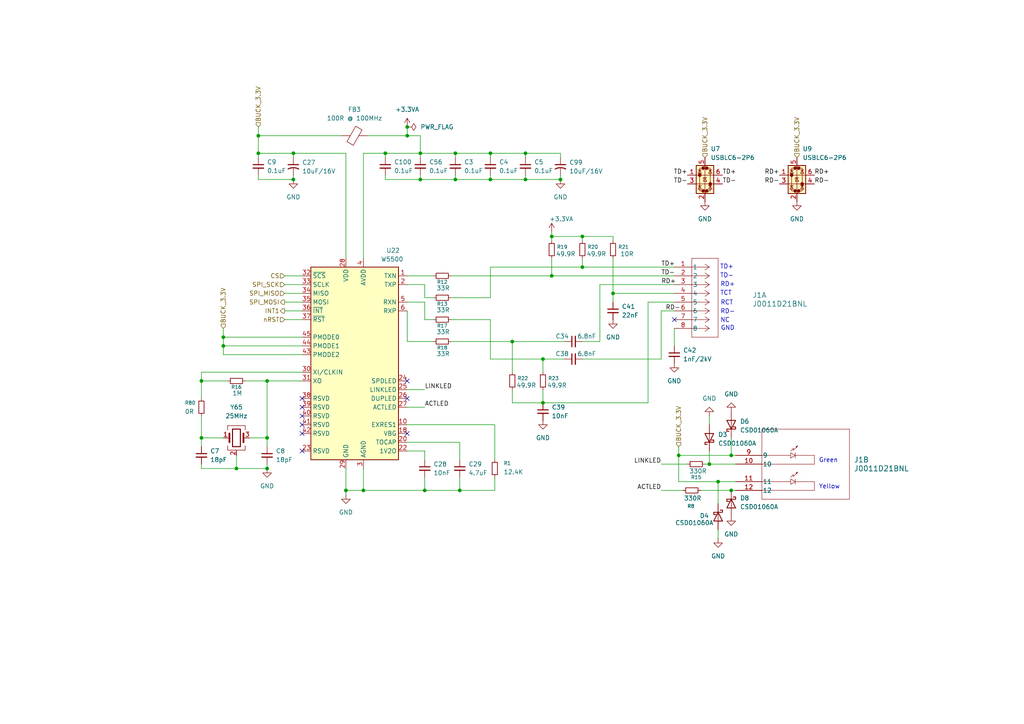
<source format=kicad_sch>
(kicad_sch (version 20250114) (generator "eeschema") (generator_version "9.0")
  (paper "A4")
  (lib_symbols
    (symbol "2026-02-18_03-44-30:J0011D21BNL" (pin_names (offset 0.254))
      (property "Reference" "J1" (at 34.29 -1.2699 0))
      (property "Value" "J0011D21BNL" (at 34.29 -3.8099 0))
      (symbol "J0011D21BNL_1_1"
        (pin unspecified line (at 0 0 0) (length 5.08) (name "1") (number "1"))
        (pin unspecified line (at 0 -2.54 0) (length 5.08) (name "2") (number "2"))
        (pin unspecified line (at 0 -5.08 0) (length 5.08) (name "3") (number "3"))
        (pin unspecified line (at 0 -7.62 0) (length 5.08) (name "4") (number "4"))
        (pin unspecified line (at 0 -10.16 0) (length 5.08) (name "5") (number "5"))
        (pin unspecified line (at 0 -12.7 0) (length 5.08) (name "6") (number "6"))
        (pin unspecified line (at 0 -15.24 0) (length 5.08) (name "7") (number "7"))
        (pin unspecified line (at 0 -17.78 0) (length 5.08) (name "8") (number "8"))
      )
      (symbol "J0011D21BNL_1_2"
        (pin unspecified line (at 0 0 0) (length 5.08) (name "1") (number "1"))
        (pin unspecified line (at 0 -2.54 0) (length 5.08) (name "2") (number "2"))
        (pin unspecified line (at 0 -5.08 0) (length 5.08) (name "3") (number "3"))
        (pin unspecified line (at 0 -7.62 0) (length 5.08) (name "4") (number "4"))
        (pin unspecified line (at 0 -10.16 0) (length 5.08) (name "5") (number "5"))
        (pin unspecified line (at 0 -12.7 0) (length 5.08) (name "6") (number "6"))
        (pin unspecified line (at 0 -15.24 0) (length 5.08) (name "7") (number "7"))
        (pin unspecified line (at 0 -17.78 0) (length 5.08) (name "8") (number "8"))
      )
      (symbol "J0011D21BNL_2_1"
        (pin passive line (at 0 0 0) (length 7.62) (name "9") (number "9"))
        (pin passive line (at 0 -2.54 0) (length 7.62) (name "10") (number "10"))
        (pin passive line (at 0 -7.62 0) (length 7.62) (name "11") (number "11"))
        (pin passive line (at 0 -10.16 0) (length 7.62) (name "12") (number "12"))
      )
    )
    (symbol "Device:C_Small" (pin_numbers (hide yes)) (pin_names (offset 0.254) (hide yes))
      (property "Reference" "C" (at 0.254 1.778 0))
      (property "Value" "C_Small" (at 0.254 -2.032 0))
      (symbol "C_Small_1_1"
        (pin passive line (at 0 2.54 270) (length 2.032) (name "~") (number "1"))
        (pin passive line (at 0 -2.54 90) (length 2.032) (name "~") (number "2"))
      )
    )
    (symbol "Device:C_Small_US" (pin_numbers (hide yes)) (pin_names (offset 0.254) (hide yes))
      (property "Reference" "C" (at 0.254 1.778 0))
      (property "Value" "C_Small_US" (at 0.254 -2.032 0))
      (symbol "C_Small_US_1_1"
        (pin passive line (at 0 2.54 270) (length 2.032) (name "~") (number "1"))
        (pin passive line (at 0 -2.54 90) (length 2.032) (name "~") (number "2"))
      )
    )
    (symbol "Device:Crystal_GND24" (pin_names (offset 1.016) (hide yes))
      (property "Reference" "Y" (at 3.175 5.08 0))
      (property "Value" "Crystal_GND24" (at 3.175 3.175 0))
      (symbol "Crystal_GND24_1_1"
        (pin passive line (at -3.81 0 0) (length 1.27) (name "1") (number "1"))
        (pin passive line (at 0 -5.08 90) (length 1.27) (name "G") (number "2"))
        (pin passive line (at 0 -5.08 90) (length 1.27) (hide yes) (name "G") (number "4"))
        (pin passive line (at 3.81 0 180) (length 1.27) (name "3") (number "3"))
      )
    )
    (symbol "Device:FerriteBead" (pin_numbers (hide yes)) (pin_names (offset 0))
      (property "Reference" "FB" (at -3.81 0.635 90))
      (property "Value" "FerriteBead" (at 3.81 0 90))
      (symbol "FerriteBead_1_1"
        (pin passive line (at 0 3.81 270) (length 2.54) (name "~") (number "1"))
        (pin passive line (at 0 -3.81 90) (length 2.54) (name "~") (number "2"))
      )
    )
    (symbol "Device:R_Small" (pin_numbers (hide yes)) (pin_names (offset 0.254) (hide yes))
      (property "Reference" "R" (at 0 0 90))
      (property "Value" "R_Small" (at 1.778 0 90))
      (symbol "R_Small_1_1"
        (pin passive line (at 0 2.54 270) (length 0.762) (name "~") (number "1"))
        (pin passive line (at 0 -2.54 90) (length 0.762) (name "~") (number "2"))
      )
    )
    (symbol "Diode:CSD01060A" (pin_numbers (hide yes)) (pin_names (offset 1.016) (hide yes))
      (property "Reference" "D" (at 0 2.54 0))
      (property "Value" "CSD01060A" (at 0 -2.54 0))
      (symbol "CSD01060A_1_1"
        (pin passive line (at -3.81 0 0) (length 2.54) (name "K") (number "1"))
        (pin passive line (at 3.81 0 180) (length 2.54) (name "A") (number "2"))
      )
    )
    (symbol "Interface_Ethernet:W5500"
      (property "Reference" "U" (at -11.43 29.21 0))
      (property "Value" "W5500" (at 8.89 29.21 0))
      (symbol "W5500_1_1"
        (pin input line (at -15.24 25.4 0) (length 2.54) (name "~{SCS}") (number "32"))
        (pin input line (at -15.24 22.86 0) (length 2.54) (name "SCLK") (number "33"))
        (pin output line (at -15.24 20.32 0) (length 2.54) (name "MISO") (number "34"))
        (pin input line (at -15.24 17.78 0) (length 2.54) (name "MOSI") (number "35"))
        (pin input line (at -15.24 15.24 0) (length 2.54) (name "~{INT}") (number "36"))
        (pin input line (at -15.24 12.7 0) (length 2.54) (name "~{RST}") (number "37"))
        (pin input line (at -15.24 7.62 0) (length 2.54) (name "PMODE0") (number "45"))
        (pin input line (at -15.24 5.08 0) (length 2.54) (name "PMODE1") (number "44"))
        (pin input line (at -15.24 2.54 0) (length 2.54) (name "PMODE2") (number "43"))
        (pin input line (at -15.24 -2.54 0) (length 2.54) (name "XI/CLKIN") (number "30"))
        (pin output line (at -15.24 -5.08 0) (length 2.54) (name "XO") (number "31"))
        (pin input line (at -15.24 -10.16 0) (length 2.54) (name "RSVD") (number "38"))
        (pin input line (at -15.24 -12.7 0) (length 2.54) (name "RSVD") (number "39"))
        (pin input line (at -15.24 -15.24 0) (length 2.54) (name "RSVD") (number "40"))
        (pin input line (at -15.24 -17.78 0) (length 2.54) (name "RSVD") (number "41"))
        (pin input line (at -15.24 -20.32 0) (length 2.54) (name "RSVD") (number "42"))
        (pin input line (at -15.24 -25.4 0) (length 2.54) (name "RSVD") (number "23"))
        (pin power_in line (at -2.54 30.48 270) (length 2.54) (name "VDD") (number "28"))
        (pin power_in line (at -2.54 -30.48 90) (length 2.54) (name "GND") (number "29"))
        (pin passive line (at 2.54 30.48 270) (length 2.54) (hide yes) (name "AVDD") (number "11"))
        (pin passive line (at 2.54 30.48 270) (length 2.54) (hide yes) (name "AVDD") (number "15"))
        (pin passive line (at 2.54 30.48 270) (length 2.54) (hide yes) (name "AVDD") (number "17"))
        (pin passive line (at 2.54 30.48 270) (length 2.54) (hide yes) (name "AVDD") (number "21"))
        (pin power_in line (at 2.54 30.48 270) (length 2.54) (name "AVDD") (number "4"))
        (pin passive line (at 2.54 30.48 270) (length 2.54) (hide yes) (name "AVDD") (number "8"))
        (pin passive line (at 2.54 -30.48 90) (length 2.54) (hide yes) (name "AGND") (number "14"))
        (pin passive line (at 2.54 -30.48 90) (length 2.54) (hide yes) (name "AGND") (number "16"))
        (pin passive line (at 2.54 -30.48 90) (length 2.54) (hide yes) (name "AGND") (number "19"))
        (pin power_in line (at 2.54 -30.48 90) (length 2.54) (name "AGND") (number "3"))
        (pin passive line (at 2.54 -30.48 90) (length 2.54) (hide yes) (name "AGND") (number "48"))
        (pin passive line (at 2.54 -30.48 90) (length 2.54) (hide yes) (name "AGND") (number "9"))
        (pin no_connect line (at 12.7 10.16 180) (length 2.54) (hide yes) (name "DNC") (number "7"))
        (pin no_connect line (at 12.7 7.62 180) (length 2.54) (hide yes) (name "NC") (number "12"))
        (pin no_connect line (at 12.7 5.08 180) (length 2.54) (hide yes) (name "NC") (number "13"))
        (pin no_connect line (at 12.7 2.54 180) (length 2.54) (hide yes) (name "NC") (number "46"))
        (pin no_connect line (at 12.7 0 180) (length 2.54) (hide yes) (name "NC") (number "47"))
        (pin output line (at 15.24 25.4 180) (length 2.54) (name "TXN") (number "1"))
        (pin output line (at 15.24 22.86 180) (length 2.54) (name "TXP") (number "2"))
        (pin input line (at 15.24 17.78 180) (length 2.54) (name "RXN") (number "5"))
        (pin input line (at 15.24 15.24 180) (length 2.54) (name "RXP") (number "6"))
        (pin output line (at 15.24 -5.08 180) (length 2.54) (name "SPDLED") (number "24"))
        (pin output line (at 15.24 -7.62 180) (length 2.54) (name "LINKLED") (number "25"))
        (pin output line (at 15.24 -10.16 180) (length 2.54) (name "DUPLED") (number "26"))
        (pin output line (at 15.24 -12.7 180) (length 2.54) (name "ACTLED") (number "27"))
        (pin passive line (at 15.24 -17.78 180) (length 2.54) (name "EXRES1") (number "10"))
        (pin passive line (at 15.24 -20.32 180) (length 2.54) (name "VBG") (number "18"))
        (pin passive line (at 15.24 -22.86 180) (length 2.54) (name "TOCAP") (number "20"))
        (pin output line (at 15.24 -25.4 180) (length 2.54) (name "1V2O") (number "22"))
      )
    )
    (symbol "J0011D21BNL_1" (pin_names (offset 0.254))
      (property "Reference" "J2" (at 22.606 -8.128 0))
      (property "Value" "J0011D21BNL" (at 22.606 -10.668 0))
      (symbol "J0011D21BNL_1_1_1"
        (pin passive line (at 0 0 0) (length 5.08) (name "1") (number "1"))
        (pin passive line (at 0 -2.54 0) (length 5.08) (name "2") (number "2"))
        (pin passive line (at 0 -5.08 0) (length 5.08) (name "3") (number "3"))
        (pin passive line (at 0 -7.62 0) (length 5.08) (name "4") (number "4"))
        (pin passive line (at 0 -10.16 0) (length 5.08) (name "5") (number "5"))
        (pin passive line (at 0 -12.7 0) (length 5.08) (name "6") (number "6"))
        (pin passive line (at 0 -15.24 0) (length 5.08) (name "7") (number "7"))
        (pin passive line (at 0 -17.78 0) (length 5.08) (name "8") (number "8"))
      )
      (symbol "J0011D21BNL_1_1_2"
        (pin unspecified line (at 0 0 0) (length 5.08) (name "1") (number "1"))
        (pin unspecified line (at 0 -2.54 0) (length 5.08) (name "2") (number "2"))
        (pin unspecified line (at 0 -5.08 0) (length 5.08) (name "3") (number "3"))
        (pin unspecified line (at 0 -7.62 0) (length 5.08) (name "4") (number "4"))
        (pin unspecified line (at 0 -10.16 0) (length 5.08) (name "5") (number "5"))
        (pin unspecified line (at 0 -12.7 0) (length 5.08) (name "6") (number "6"))
        (pin unspecified line (at 0 -15.24 0) (length 5.08) (name "7") (number "7"))
        (pin unspecified line (at 0 -17.78 0) (length 5.08) (name "8") (number "8"))
      )
      (symbol "J0011D21BNL_1_2_1"
        (pin unspecified line (at 0 0 0) (length 7.62) (name "9") (number "9"))
        (pin unspecified line (at 0 -2.54 0) (length 7.62) (name "10") (number "10"))
        (pin unspecified line (at 0 -7.62 0) (length 7.62) (name "11") (number "11"))
        (pin unspecified line (at 0 -10.16 0) (length 7.62) (name "12") (number "12"))
      )
    )
    (symbol "Power_Protection:USBLC6-2P6" (pin_names (hide yes))
      (property "Reference" "U" (at 0.635 5.715 0))
      (property "Value" "USBLC6-2P6" (at 0.635 3.81 0))
      (symbol "USBLC6-2P6_1_1"
        (pin passive line (at -5.08 0 0) (length 2.54) (name "I/O1") (number "1"))
        (pin passive line (at -5.08 -2.54 0) (length 2.54) (name "I/O2") (number "3"))
        (pin passive line (at 0 5.08 270) (length 2.54) (name "VBUS") (number "5"))
        (pin passive line (at 0 -7.62 90) (length 2.54) (name "GND") (number "2"))
        (pin passive line (at 5.08 0 180) (length 2.54) (name "I/O1") (number "6"))
        (pin passive line (at 5.08 -2.54 180) (length 2.54) (name "I/O2") (number "4"))
      )
    )
    (symbol "power:+3.3VA" (power) (pin_numbers (hide yes)) (pin_names (offset 0) (hide yes))
      (property "Value" "+3.3VA" (at 0 3.556 0))
      (symbol "+3.3VA_1_1"
        (pin power_in line (at 0 0 90) (length 0) (name "~") (number "1"))
      )
    )
    (symbol "power:GND" (power) (pin_numbers (hide yes)) (pin_names (offset 0) (hide yes))
      (property "Value" "GND" (at 0 -3.81 0))
      (symbol "GND_1_1"
        (pin power_in line (at 0 0 270) (length 0) (name "~") (number "1"))
      )
    )
    (symbol "power:PWR_FLAG" (power) (pin_numbers (hide yes)) (pin_names (offset 0) (hide yes))
      (property "Value" "PWR_FLAG" (at 0 3.81 0))
      (symbol "PWR_FLAG_0_0"
        (pin power_out line (at 0 0 90) (length 0) (name "~") (number "1"))
      )
    )
  )
  (text "TD+" (at 210.82 77.47 0) (effects (font (size 1.27 1.27))))
  (text "GND" (at 211.074 95.25 0) (effects (font (size 1.27 1.27))))
  (text "TD-" (at 210.82 80.01 0) (effects (font (size 1.27 1.27))))
  (text "TCT" (at 210.566 85.09 0) (effects (font (size 1.27 1.27))))
  (text "Green" (at 240.284 133.604 0) (effects (font (size 1.27 1.27))))
  (text "RCT" (at 210.82 87.884 0) (effects (font (size 1.27 1.27))))
  (text "Yellow" (at 240.538 141.224 0) (effects (font (size 1.27 1.27))))
  (text "RD+" (at 211.074 82.55 0) (effects (font (size 1.27 1.27))))
  (text "NC" (at 210.312 92.964 0) (effects (font (size 1.27 1.27))))
  (text "RD-" (at 211.074 90.424 0) (effects (font (size 1.27 1.27))))
  (junction (at 85.09 44.45))
  (junction (at 132.08 52.07))
  (junction (at 205.74 134.62))
  (junction (at 152.4 44.45))
  (junction (at 74.93 44.45))
  (junction (at 168.91 77.47))
  (junction (at 85.09 52.07))
  (junction (at 133.35 142.24))
  (junction (at 157.48 116.84))
  (junction (at 77.47 110.49))
  (junction (at 121.92 44.45))
  (junction (at 64.77 97.79))
  (junction (at 160.02 68.58))
  (junction (at 148.59 99.06))
  (junction (at 162.56 52.07))
  (junction (at 64.77 100.33))
  (junction (at 208.28 139.7))
  (junction (at 160.02 80.01))
  (junction (at 118.11 39.37))
  (junction (at 123.19 142.24))
  (junction (at 68.58 135.89))
  (junction (at 58.42 127))
  (junction (at 177.8 85.09))
  (junction (at 212.09 132.08))
  (junction (at 142.24 52.07))
  (junction (at 142.24 44.45))
  (junction (at 58.42 110.49))
  (junction (at 100.33 142.24))
  (junction (at 105.41 142.24))
  (junction (at 168.91 68.58))
  (junction (at 212.09 142.24))
  (junction (at 77.47 135.89))
  (junction (at 157.48 104.14))
  (junction (at 196.85 132.08))
  (junction (at 77.47 127))
  (junction (at 152.4 52.07))
  (junction (at 118.11 36.83))
  (junction (at 74.93 39.37))
  (junction (at 121.92 52.07))
  (junction (at 111.76 44.45))
  (junction (at 132.08 44.45))
  (no_connect (at 195.58 92.71))
  (no_connect (at 87.63 115.57))
  (no_connect (at 118.11 125.73))
  (no_connect (at 118.11 110.49))
  (no_connect (at 87.63 123.19))
  (no_connect (at 87.63 125.73))
  (no_connect (at 87.63 118.11))
  (no_connect (at 87.63 130.81))
  (no_connect (at 87.63 120.65))
  (no_connect (at 118.11 115.57))
  (wire (pts (xy 74.93 39.37) (xy 99.06 39.37)))
  (wire (pts (xy 74.93 36.83) (xy 74.93 39.37)))
  (wire (pts (xy 123.19 82.55) (xy 123.19 86.36)))
  (wire (pts (xy 118.11 123.19) (xy 143.51 123.19)))
  (wire (pts (xy 196.85 139.7) (xy 208.28 139.7)))
  (wire (pts (xy 142.24 92.71) (xy 142.24 104.14)))
  (wire (pts (xy 77.47 134.62) (xy 77.47 135.89)))
  (wire (pts (xy 118.11 90.17) (xy 118.11 99.06)))
  (wire (pts (xy 168.91 74.93) (xy 168.91 77.47)))
  (wire (pts (xy 58.42 134.62) (xy 58.42 135.89)))
  (wire (pts (xy 130.81 80.01) (xy 160.02 80.01)))
  (wire (pts (xy 142.24 44.45) (xy 142.24 45.72)))
  (wire (pts (xy 152.4 44.45) (xy 162.56 44.45)))
  (wire (pts (xy 132.08 52.07) (xy 142.24 52.07)))
  (wire (pts (xy 148.59 99.06) (xy 163.83 99.06)))
  (wire (pts (xy 77.47 110.49) (xy 87.63 110.49)))
  (wire (pts (xy 82.55 82.55) (xy 87.63 82.55)))
  (wire (pts (xy 196.85 132.08) (xy 196.85 139.7)))
  (wire (pts (xy 118.11 99.06) (xy 125.73 99.06)))
  (wire (pts (xy 203.2 142.24) (xy 212.09 142.24)))
  (wire (pts (xy 111.76 44.45) (xy 121.92 44.45)))
  (wire (pts (xy 58.42 135.89) (xy 68.58 135.89)))
  (wire (pts (xy 205.74 120.65) (xy 205.74 123.19)))
  (wire (pts (xy 118.11 113.03) (xy 123.19 113.03)))
  (wire (pts (xy 100.33 142.24) (xy 100.33 143.51)))
  (wire (pts (xy 71.12 110.49) (xy 77.47 110.49)))
  (wire (pts (xy 177.8 74.93) (xy 177.8 85.09)))
  (wire (pts (xy 58.42 127) (xy 58.42 129.54)))
  (wire (pts (xy 132.08 44.45) (xy 142.24 44.45)))
  (wire (pts (xy 105.41 142.24) (xy 100.33 142.24)))
  (wire (pts (xy 212.09 142.24) (xy 213.36 142.24)))
  (wire (pts (xy 77.47 129.54) (xy 77.47 127)))
  (wire (pts (xy 173.99 82.55) (xy 173.99 99.06)))
  (wire (pts (xy 168.91 69.85) (xy 168.91 68.58)))
  (wire (pts (xy 118.11 118.11) (xy 123.19 118.11)))
  (wire (pts (xy 160.02 67.31) (xy 160.02 68.58)))
  (wire (pts (xy 160.02 80.01) (xy 195.58 80.01)))
  (wire (pts (xy 162.56 45.72) (xy 162.56 44.45)))
  (wire (pts (xy 123.19 87.63) (xy 118.11 87.63)))
  (wire (pts (xy 142.24 44.45) (xy 152.4 44.45)))
  (wire (pts (xy 168.91 77.47) (xy 195.58 77.47)))
  (wire (pts (xy 196.85 132.08) (xy 212.09 132.08)))
  (wire (pts (xy 121.92 44.45) (xy 132.08 44.45)))
  (wire (pts (xy 212.09 127) (xy 212.09 132.08)))
  (wire (pts (xy 152.4 52.07) (xy 162.56 52.07)))
  (wire (pts (xy 82.55 87.63) (xy 87.63 87.63)))
  (wire (pts (xy 111.76 50.8) (xy 111.76 52.07)))
  (wire (pts (xy 82.55 92.71) (xy 87.63 92.71)))
  (wire (pts (xy 68.58 135.89) (xy 77.47 135.89)))
  (wire (pts (xy 111.76 44.45) (xy 111.76 45.72)))
  (wire (pts (xy 143.51 138.43) (xy 143.51 142.24)))
  (wire (pts (xy 143.51 123.19) (xy 143.51 133.35)))
  (wire (pts (xy 85.09 45.72) (xy 85.09 44.45)))
  (wire (pts (xy 58.42 110.49) (xy 58.42 115.57)))
  (wire (pts (xy 74.93 39.37) (xy 74.93 44.45)))
  (wire (pts (xy 148.59 116.84) (xy 157.48 116.84)))
  (wire (pts (xy 205.74 130.81) (xy 205.74 134.62)))
  (wire (pts (xy 157.48 104.14) (xy 163.83 104.14)))
  (wire (pts (xy 87.63 100.33) (xy 64.77 100.33)))
  (wire (pts (xy 133.35 128.27) (xy 133.35 133.35)))
  (wire (pts (xy 85.09 50.8) (xy 85.09 52.07)))
  (wire (pts (xy 212.09 132.08) (xy 213.36 132.08)))
  (wire (pts (xy 142.24 104.14) (xy 157.48 104.14)))
  (wire (pts (xy 123.19 92.71) (xy 123.19 87.63)))
  (wire (pts (xy 64.77 100.33) (xy 64.77 97.79)))
  (wire (pts (xy 187.96 87.63) (xy 187.96 116.84)))
  (wire (pts (xy 82.55 90.17) (xy 87.63 90.17)))
  (wire (pts (xy 177.8 85.09) (xy 177.8 87.63)))
  (wire (pts (xy 106.68 39.37) (xy 118.11 39.37)))
  (wire (pts (xy 105.41 44.45) (xy 111.76 44.45)))
  (wire (pts (xy 121.92 44.45) (xy 121.92 45.72)))
  (wire (pts (xy 142.24 86.36) (xy 142.24 77.47)))
  (wire (pts (xy 205.74 134.62) (xy 213.36 134.62)))
  (wire (pts (xy 77.47 127) (xy 77.47 110.49)))
  (wire (pts (xy 148.59 99.06) (xy 148.59 107.95)))
  (wire (pts (xy 173.99 99.06) (xy 168.91 99.06)))
  (wire (pts (xy 142.24 50.8) (xy 142.24 52.07)))
  (wire (pts (xy 74.93 44.45) (xy 74.93 45.72)))
  (wire (pts (xy 157.48 113.03) (xy 157.48 116.84)))
  (wire (pts (xy 118.11 39.37) (xy 121.92 39.37)))
  (wire (pts (xy 118.11 130.81) (xy 123.19 130.81)))
  (wire (pts (xy 196.85 129.54) (xy 196.85 132.08)))
  (wire (pts (xy 195.58 82.55) (xy 173.99 82.55)))
  (wire (pts (xy 121.92 52.07) (xy 132.08 52.07)))
  (wire (pts (xy 191.77 134.62) (xy 199.39 134.62)))
  (wire (pts (xy 118.11 80.01) (xy 125.73 80.01)))
  (wire (pts (xy 58.42 120.65) (xy 58.42 127)))
  (wire (pts (xy 133.35 138.43) (xy 133.35 142.24)))
  (wire (pts (xy 191.77 90.17) (xy 195.58 90.17)))
  (wire (pts (xy 123.19 92.71) (xy 125.73 92.71)))
  (wire (pts (xy 130.81 92.71) (xy 142.24 92.71)))
  (wire (pts (xy 111.76 52.07) (xy 121.92 52.07)))
  (wire (pts (xy 195.58 95.25) (xy 195.58 100.33)))
  (wire (pts (xy 100.33 44.45) (xy 85.09 44.45)))
  (wire (pts (xy 58.42 110.49) (xy 66.04 110.49)))
  (wire (pts (xy 64.77 95.25) (xy 64.77 97.79)))
  (wire (pts (xy 123.19 130.81) (xy 123.19 133.35)))
  (wire (pts (xy 100.33 44.45) (xy 100.33 74.93)))
  (wire (pts (xy 160.02 74.93) (xy 160.02 80.01)))
  (wire (pts (xy 177.8 68.58) (xy 168.91 68.58)))
  (wire (pts (xy 208.28 146.05) (xy 208.28 139.7)))
  (wire (pts (xy 152.4 44.45) (xy 152.4 45.72)))
  (wire (pts (xy 142.24 77.47) (xy 168.91 77.47)))
  (wire (pts (xy 123.19 142.24) (xy 105.41 142.24)))
  (wire (pts (xy 118.11 36.83) (xy 118.11 39.37)))
  (wire (pts (xy 58.42 107.95) (xy 58.42 110.49)))
  (wire (pts (xy 105.41 44.45) (xy 105.41 74.93)))
  (wire (pts (xy 130.81 99.06) (xy 148.59 99.06)))
  (wire (pts (xy 208.28 139.7) (xy 213.36 139.7)))
  (wire (pts (xy 87.63 102.87) (xy 64.77 102.87)))
  (wire (pts (xy 130.81 86.36) (xy 142.24 86.36)))
  (wire (pts (xy 121.92 50.8) (xy 121.92 52.07)))
  (wire (pts (xy 142.24 52.07) (xy 152.4 52.07)))
  (wire (pts (xy 187.96 116.84) (xy 157.48 116.84)))
  (wire (pts (xy 82.55 85.09) (xy 87.63 85.09)))
  (wire (pts (xy 157.48 104.14) (xy 157.48 107.95)))
  (wire (pts (xy 121.92 39.37) (xy 121.92 44.45)))
  (wire (pts (xy 132.08 44.45) (xy 132.08 45.72)))
  (wire (pts (xy 64.77 97.79) (xy 87.63 97.79)))
  (wire (pts (xy 132.08 50.8) (xy 132.08 52.07)))
  (wire (pts (xy 85.09 44.45) (xy 74.93 44.45)))
  (wire (pts (xy 72.39 127) (xy 77.47 127)))
  (wire (pts (xy 143.51 142.24) (xy 133.35 142.24)))
  (wire (pts (xy 162.56 52.07) (xy 162.56 50.8)))
  (wire (pts (xy 160.02 68.58) (xy 160.02 69.85)))
  (wire (pts (xy 87.63 107.95) (xy 58.42 107.95)))
  (wire (pts (xy 195.58 87.63) (xy 187.96 87.63)))
  (wire (pts (xy 105.41 135.89) (xy 105.41 142.24)))
  (wire (pts (xy 168.91 68.58) (xy 160.02 68.58)))
  (wire (pts (xy 58.42 127) (xy 64.77 127)))
  (wire (pts (xy 118.11 82.55) (xy 123.19 82.55)))
  (wire (pts (xy 123.19 86.36) (xy 125.73 86.36)))
  (wire (pts (xy 148.59 113.03) (xy 148.59 116.84)))
  (wire (pts (xy 133.35 142.24) (xy 123.19 142.24)))
  (wire (pts (xy 208.28 153.67) (xy 208.28 156.21)))
  (wire (pts (xy 82.55 80.01) (xy 87.63 80.01)))
  (wire (pts (xy 152.4 50.8) (xy 152.4 52.07)))
  (wire (pts (xy 191.77 142.24) (xy 198.12 142.24)))
  (wire (pts (xy 204.47 134.62) (xy 205.74 134.62)))
  (wire (pts (xy 74.93 52.07) (xy 85.09 52.07)))
  (wire (pts (xy 100.33 135.89) (xy 100.33 142.24)))
  (wire (pts (xy 118.11 128.27) (xy 133.35 128.27)))
  (wire (pts (xy 168.91 104.14) (xy 191.77 104.14)))
  (wire (pts (xy 177.8 85.09) (xy 195.58 85.09)))
  (wire (pts (xy 191.77 104.14) (xy 191.77 90.17)))
  (wire (pts (xy 68.58 132.08) (xy 68.58 135.89)))
  (wire (pts (xy 177.8 69.85) (xy 177.8 68.58)))
  (wire (pts (xy 74.93 50.8) (xy 74.93 52.07)))
  (wire (pts (xy 64.77 102.87) (xy 64.77 100.33)))
  (wire (pts (xy 123.19 138.43) (xy 123.19 142.24)))
  (label "RD+" (at 191.77 82.55 0))
  (label "TD+" (at 199.39 50.8 180))
  (label "RD+" (at 236.22 50.8 0))
  (label "ACTLED" (at 191.77 142.24 180))
  (label "TD-" (at 209.55 53.34 0))
  (label "RD-" (at 236.22 53.34 0))
  (label "ACTLED" (at 123.19 118.11 0))
  (label "LINKLED" (at 123.19 113.03 0))
  (label "LINKLED" (at 191.77 134.62 180))
  (label "TD+" (at 191.77 77.47 0))
  (label "RD-" (at 193.04 90.17 0))
  (label "TD-" (at 199.39 53.34 180))
  (label "TD+" (at 209.55 50.8 0))
  (label "RD-" (at 226.06 53.34 180))
  (label "RD+" (at 226.06 50.8 180))
  (label "TD-" (at 191.77 80.01 0))
  (hierarchical_label "BUCK_3.3V" (shape input) (at 196.85 129.54 90))
  (hierarchical_label "BUCK_3.3V" (shape input) (at 74.93 36.83 90))
  (hierarchical_label "BUCK_3.3V" (shape input) (at 204.47 45.72 90))
  (hierarchical_label "BUCK_3.3V" (shape input) (at 231.14 45.72 90))
  (hierarchical_label "SPI_MOSI" (shape output) (at 82.55 87.63 180))
  (hierarchical_label "BUCK_3.3V" (shape input) (at 64.77 95.25 90))
  (hierarchical_label "SPI_SCK" (shape input) (at 82.55 82.55 180))
  (hierarchical_label "CS" (shape input) (at 82.55 80.01 180))
  (hierarchical_label "SPI_MISO" (shape input) (at 82.55 85.09 180))
  (hierarchical_label "nRST" (shape input) (at 82.55 92.71 180))
  (hierarchical_label "INT1" (shape output) (at 82.55 90.17 180))
  (symbol (lib_id "Device:C_Small") (at 133.35 135.89 0) (unit 1)
    (property "Reference" "C29" (at 135.89 134.6262 0) (effects (justify left)))
    (property "Value" "4.7uF" (at 135.89 137.1662 0) (effects (justify left)))
    (property "Footprint" "Capacitor_SMD:C_0402_1005Metric" (effects (hide yes)))
    (property "Description" "Unpolarized capacitor, small symbol" (effects (hide yes)))
  )
  (symbol (lib_id "Diode:CSD01060A") (at 212.09 146.05 270) (unit 1)
    (property "Reference" "D8" (at 214.63 144.4624 90) (effects (justify left)))
    (property "Value" "CSD01060A" (at 214.63 147.0024 90) (effects (justify left)))
    (property "Footprint" "Package_TO_SOT_THT:TO-220-2_Vertical" (effects (hide yes)))
    (property "Datasheet" "https://www.wolfspeed.com/media/downloads/87/CSD01060.pdf" (effects (hide yes)))
    (property "Description" "600V, 1A, SiC Schottky Diode, TO-220" (effects (hide yes)))
  )
  (symbol (lib_id "power:GND") (at 162.56 52.07 0) (unit 1)
    (property "Reference" "#PWR0103" (effects (hide yes)))
    (property "Value" "GND" (at 162.56 57.15 0))
    (property "Description" "Power symbol creates a global label with name \"GND\" , ground" (effects (hide yes)))
  )
  (symbol (lib_id "Device:R_Small") (at 157.48 110.49 180) (unit 1)
    (property "Reference" "R23" (at 160.528 109.728 0) (effects (font (size 1.016 1.016))))
    (property "Value" "49.9R" (at 161.544 111.76 0))
    (property "Footprint" "Resistor_SMD:R_0805_2012Metric" (effects (hide yes)))
    (property "Description" "Resistor, small symbol" (effects (hide yes)))
  )
  (symbol (lib_id "Device:R_Small") (at 143.51 135.89 0) (unit 1)
    (property "Reference" "R1" (at 146.05 134.366 0) (effects (font (size 1.016 1.016)) (justify left)))
    (property "Value" "12.4K" (at 146.05 136.906 0) (effects (justify left)))
    (property "Footprint" "Resistor_SMD:R_0805_2012Metric" (effects (hide yes)))
    (property "Description" "Resistor, small symbol" (effects (hide yes)))
  )
  (symbol (lib_id "Device:C_Small") (at 74.93 48.26 0) (unit 1)
    (property "Reference" "C9" (at 77.47 46.9962 0) (effects (justify left)))
    (property "Value" "0.1uF" (at 77.47 49.5362 0) (effects (justify left)))
    (property "Footprint" "Capacitor_SMD:C_0402_1005Metric" (effects (hide yes)))
    (property "Description" "Unpolarized capacitor, small symbol" (effects (hide yes)))
  )
  (symbol (lib_id "Device:C_Small") (at 177.8 90.17 0) (unit 1)
    (property "Reference" "C41" (at 180.34 88.9062 0) (effects (justify left)))
    (property "Value" "22nF" (at 180.34 91.4462 0) (effects (justify left)))
    (property "Footprint" "Capacitor_SMD:C_0402_1005Metric" (effects (hide yes)))
    (property "Description" "Unpolarized capacitor, small symbol" (effects (hide yes)))
  )
  (symbol (lib_id "Device:C_Small") (at 123.19 135.89 0) (unit 1)
    (property "Reference" "C28" (at 125.73 134.6262 0) (effects (justify left)))
    (property "Value" "10nF" (at 125.73 137.1662 0) (effects (justify left)))
    (property "Footprint" "Capacitor_SMD:C_0402_1005Metric" (effects (hide yes)))
    (property "Description" "Unpolarized capacitor, small symbol" (effects (hide yes)))
  )
  (symbol (lib_id "Power_Protection:USBLC6-2P6") (at 231.14 50.8 0) (unit 1)
    (property "Reference" "U9" (at 232.7911 43.18 0) (effects (justify left)))
    (property "Value" "USBLC6-2P6" (at 232.7911 45.72 0) (effects (justify left)))
    (property "Footprint" "Package_TO_SOT_SMD:SOT-666" (effects (hide yes)))
    (property "Datasheet" "https://www.st.com/resource/en/datasheet/usblc6-2.pdf" (effects (hide yes)))
    (property "Description" "Very low capacitance ESD protection diode, 2 data-line, SOT-666" (effects (hide yes)))
  )
  (symbol (lib_id "Device:C_Small") (at 157.48 119.38 0) (unit 1)
    (property "Reference" "C39" (at 160.02 118.1162 0) (effects (justify left)))
    (property "Value" "10nF" (at 160.02 120.6562 0) (effects (justify left)))
    (property "Footprint" "Capacitor_SMD:C_0402_1005Metric" (effects (hide yes)))
    (property "Description" "Unpolarized capacitor, small symbol" (effects (hide yes)))
  )
  (symbol (lib_id "Device:R_Small") (at 200.66 142.24 90) (unit 1)
    (property "Reference" "R8" (at 200.406 146.812 90) (effects (font (size 1.016 1.016))))
    (property "Value" "330R" (at 200.914 144.526 90))
    (property "Footprint" "Resistor_SMD:R_0805_2012Metric" (effects (hide yes)))
    (property "Description" "Resistor, small symbol" (effects (hide yes)))
  )
  (symbol (lib_id "power:GND") (at 195.58 105.41 0) (unit 1)
    (property "Reference" "#PWR022" (effects (hide yes)))
    (property "Value" "GND" (at 195.58 110.49 0))
    (property "Description" "Power symbol creates a global label with name \"GND\" , ground" (effects (hide yes)))
  )
  (symbol (lib_id "power:PWR_FLAG") (at 118.11 36.83 270) (unit 1)
    (property "Reference" "#FLG0103" (effects (hide yes)))
    (property "Value" "PWR_FLAG" (at 121.92 36.8299 90) (effects (justify left)))
    (property "Description" "Special symbol for telling ERC where power comes from" (effects (hide yes)))
  )
  (symbol (lib_id "Device:R_Small") (at 128.27 92.71 90) (unit 1)
    (property "Reference" "R17" (at 128.27 94.488 90) (effects (font (size 1.016 1.016))))
    (property "Value" "33R" (at 128.524 96.266 90))
    (property "Footprint" "Resistor_SMD:R_0805_2012Metric" (effects (hide yes)))
    (property "Description" "Resistor, small symbol" (effects (hide yes)))
  )
  (symbol (lib_id "Device:C_Small") (at 58.42 132.08 0) (unit 1)
    (property "Reference" "C7" (at 60.96 130.8162 0) (effects (justify left)))
    (property "Value" "18pF" (at 60.96 133.3562 0) (effects (justify left)))
    (property "Footprint" "Capacitor_SMD:C_0402_1005Metric" (effects (hide yes)))
    (property "Description" "Unpolarized capacitor, small symbol" (effects (hide yes)))
  )
  (symbol (lib_id "Device:C_Small_US") (at 162.56 48.26 0) (unit 1)
    (property "Reference" "C82" (at 165.1 47.1169 0) (effects (justify left)))
    (property "Value" "10uF/16V" (at 165.1 49.6569 0) (effects (justify left)))
    (property "Footprint" "Capacitor_SMD:C_0402_1005Metric" (effects (hide yes)))
    (property "Description" "capacitor, small US symbol" (effects (hide yes)))
    (instances (project "" (path "" (reference "C99") (unit 1)) (path "" (reference "C82") (unit 1))))
  )
  (symbol (lib_id "power:+3.3VA") (at 118.11 36.83 0) (unit 1)
    (property "Reference" "#PWR0104" (effects (hide yes)))
    (property "Value" "+3.3VA" (at 118.11 31.75 0))
    (property "Description" "Power symbol creates a global label with name \"+3.3VA\"" (effects (hide yes)))
  )
  (symbol (lib_id "power:GND") (at 212.09 119.38 180) (unit 1)
    (property "Reference" "#PWR016" (effects (hide yes)))
    (property "Value" "GND" (at 212.09 114.3 0))
    (property "Description" "Power symbol creates a global label with name \"GND\" , ground" (effects (hide yes)))
  )
  (symbol (lib_id "Device:C_Small") (at 166.37 104.14 90) (unit 1)
    (property "Reference" "C38" (at 163.068 102.616 90))
    (property "Value" "6.8nF" (at 170.18 102.616 90))
    (property "Footprint" "Capacitor_SMD:C_0402_1005Metric" (effects (hide yes)))
    (property "Description" "Unpolarized capacitor, small symbol" (effects (hide yes)))
  )
  (symbol (lib_id "2026-02-18_03-44-30:J0011D21BNL") (at 213.36 132.08 0) (unit 2)
    (property "Reference" "J1" (at 247.65 133.3499 0) (effects (font (size 1.524 1.524)) (justify left)))
    (property "Value" "J0011D21BNL" (at 247.65 135.8899 0) (effects (font (size 1.524 1.524)) (justify left)))
    (property "Footprint" "Custom_Parts:CONN_J0011D21B_PUL" (effects (hide yes)))
    (property "Datasheet" "J0011D21BNL" (effects (hide yes)))
  )
  (symbol (lib_id "Device:C_Small") (at 195.58 102.87 0) (unit 1)
    (property "Reference" "C42" (at 198.12 101.6062 0) (effects (justify left)))
    (property "Value" "1nF/2kV" (at 198.12 104.1462 0) (effects (justify left)))
    (property "Footprint" "Capacitor_SMD:C_0402_1005Metric" (effects (hide yes)))
    (property "Description" "Unpolarized capacitor, small symbol" (effects (hide yes)))
  )
  (symbol (lib_id "Diode:CSD01060A") (at 208.28 149.86 270) (unit 1)
    (property "Reference" "D4" (at 202.946 149.606 90) (effects (justify left)))
    (property "Value" "CSD01060A" (at 195.834 151.638 90) (effects (justify left)))
    (property "Footprint" "Package_TO_SOT_THT:TO-220-2_Vertical" (effects (hide yes)))
    (property "Datasheet" "https://www.wolfspeed.com/media/downloads/87/CSD01060.pdf" (effects (hide yes)))
    (property "Description" "600V, 1A, SiC Schottky Diode, TO-220" (effects (hide yes)))
  )
  (symbol (lib_id "Device:C_Small") (at 152.4 48.26 0) (unit 1)
    (property "Reference" "C5" (at 154.94 46.9962 0) (effects (justify left)))
    (property "Value" "0.1uF" (at 154.94 49.5362 0) (effects (justify left)))
    (property "Footprint" "Capacitor_SMD:C_0402_1005Metric" (effects (hide yes)))
    (property "Description" "Unpolarized capacitor, small symbol" (effects (hide yes)))
  )
  (symbol (lib_id "Device:R_Small") (at 177.8 72.39 180) (unit 1)
    (property "Reference" "R21" (at 180.848 71.628 0) (effects (font (size 1.016 1.016))))
    (property "Value" "10R" (at 181.864 73.66 0))
    (property "Footprint" "Resistor_SMD:R_0805_2012Metric" (effects (hide yes)))
    (property "Description" "Resistor, small symbol" (effects (hide yes)))
  )
  (symbol (lib_id "power:GND") (at 205.74 120.65 180) (unit 1)
    (property "Reference" "#PWR011" (effects (hide yes)))
    (property "Value" "GND" (at 205.74 115.57 0))
    (property "Description" "Power symbol creates a global label with name \"GND\" , ground" (effects (hide yes)))
  )
  (symbol (lib_id "power:+3.3VA") (at 160.02 67.31 0) (unit 1)
    (property "Reference" "#PWR017" (effects (hide yes)))
    (property "Value" "+3.3VA" (at 162.814 63.5 0))
    (property "Description" "Power symbol creates a global label with name \"+3.3VA\"" (effects (hide yes)))
  )
  (symbol (lib_id "Diode:CSD01060A") (at 212.09 123.19 90) (unit 1)
    (property "Reference" "D6" (at 214.63 122.2374 90) (effects (justify right)))
    (property "Value" "CSD01060A" (at 214.63 124.7774 90) (effects (justify right)))
    (property "Footprint" "Package_TO_SOT_THT:TO-220-2_Vertical" (effects (hide yes)))
    (property "Datasheet" "https://www.wolfspeed.com/media/downloads/87/CSD01060.pdf" (effects (hide yes)))
    (property "Description" "600V, 1A, SiC Schottky Diode, TO-220" (effects (hide yes)))
  )
  (symbol (lib_id "Power_Protection:USBLC6-2P6") (at 204.47 50.8 0) (unit 1)
    (property "Reference" "U7" (at 206.1211 43.18 0) (effects (justify left)))
    (property "Value" "USBLC6-2P6" (at 206.1211 45.72 0) (effects (justify left)))
    (property "Footprint" "Package_TO_SOT_SMD:SOT-666" (effects (hide yes)))
    (property "Datasheet" "https://www.st.com/resource/en/datasheet/usblc6-2.pdf" (effects (hide yes)))
    (property "Description" "Very low capacitance ESD protection diode, 2 data-line, SOT-666" (effects (hide yes)))
  )
  (symbol (lib_id "Interface_Ethernet:W5500") (at 102.87 105.41 0) (unit 1)
    (property "Reference" "U22" (at 112.014 72.644 0) (effects (justify left)))
    (property "Value" "W5500" (at 110.49 75.184 0) (effects (justify left)))
    (property "Footprint" "Package_QFP:LQFP-48_7x7mm_P0.5mm" (effects (hide yes)))
    (property "Datasheet" "http://wizwiki.net/wiki/lib/exe/fetch.php/products:w5500:w5500_ds_v109e.pdf" (effects (hide yes)))
    (property "Description" "10/100Mb SPI Ethernet controller with TCP/IP stack, LQFP-48" (effects (hide yes)))
  )
  (symbol (lib_id "Device:C_Small") (at 166.37 99.06 90) (unit 1)
    (property "Reference" "C34" (at 163.068 97.536 90))
    (property "Value" "6.8nF" (at 170.18 97.536 90))
    (property "Footprint" "Capacitor_SMD:C_0402_1005Metric" (effects (hide yes)))
    (property "Description" "Unpolarized capacitor, small symbol" (effects (hide yes)))
  )
  (symbol (lib_id "power:GND") (at 231.14 58.42 0) (unit 1)
    (property "Reference" "#PWR010" (effects (hide yes)))
    (property "Value" "GND" (at 231.14 63.5 0))
    (property "Description" "Power symbol creates a global label with name \"GND\" , ground" (effects (hide yes)))
  )
  (symbol (lib_id "Device:R_Small") (at 68.58 110.49 90) (unit 1)
    (property "Reference" "R16" (at 68.58 112.268 90) (effects (font (size 1.016 1.016))))
    (property "Value" "1M" (at 68.834 114.046 90))
    (property "Footprint" "Resistor_SMD:R_0805_2012Metric" (effects (hide yes)))
    (property "Description" "Resistor, small symbol" (effects (hide yes)))
  )
  (symbol (lib_id "Device:FerriteBead") (at 102.87 39.37 90) (unit 1)
    (property "Reference" "FB3" (at 102.8192 31.75 90))
    (property "Value" "100R @ 100MHz" (at 102.8192 34.29 90))
    (property "Footprint" "Resistor_SMD:R_0603_1608Metric" (effects (hide yes)))
    (property "Description" "Ferrite bead" (effects (hide yes)))
  )
  (symbol (lib_id "Device:R_Small") (at 128.27 99.06 90) (unit 1)
    (property "Reference" "R18" (at 128.27 100.838 90) (effects (font (size 1.016 1.016))))
    (property "Value" "33R" (at 128.524 102.616 90))
    (property "Footprint" "Resistor_SMD:R_0805_2012Metric" (effects (hide yes)))
    (property "Description" "Resistor, small symbol" (effects (hide yes)))
  )
  (symbol (lib_id "Device:R_Small") (at 160.02 72.39 180) (unit 1)
    (property "Reference" "R19" (at 163.068 71.628 0) (effects (font (size 1.016 1.016))))
    (property "Value" "49.9R" (at 164.084 73.66 0))
    (property "Footprint" "Resistor_SMD:R_0805_2012Metric" (effects (hide yes)))
    (property "Description" "Resistor, small symbol" (effects (hide yes)))
  )
  (symbol (lib_id "power:GND") (at 177.8 92.71 0) (unit 1)
    (property "Reference" "#PWR020" (effects (hide yes)))
    (property "Value" "GND" (at 177.8 97.79 0))
    (property "Description" "Power symbol creates a global label with name \"GND\" , ground" (effects (hide yes)))
  )
  (symbol (lib_id "Device:R_Small") (at 148.59 110.49 180) (unit 1)
    (property "Reference" "R22" (at 151.638 109.728 0) (effects (font (size 1.016 1.016))))
    (property "Value" "49.9R" (at 152.654 111.76 0))
    (property "Footprint" "Resistor_SMD:R_0805_2012Metric" (effects (hide yes)))
    (property "Description" "Resistor, small symbol" (effects (hide yes)))
  )
  (symbol (lib_id "power:GND") (at 212.09 149.86 0) (unit 1)
    (property "Reference" "#PWR025" (effects (hide yes)))
    (property "Value" "GND" (at 212.09 154.94 0))
    (property "Description" "Power symbol creates a global label with name \"GND\" , ground" (effects (hide yes)))
  )
  (symbol (lib_id "Device:R_Small") (at 58.42 118.11 0) (unit 1)
    (property "Reference" "R80" (at 53.594 116.84 0) (effects (font (size 1.016 1.016)) (justify left)))
    (property "Value" "0R" (at 53.594 119.38 0) (effects (justify left)))
    (property "Footprint" "Resistor_SMD:R_0805_2012Metric" (effects (hide yes)))
    (property "Description" "Resistor, small symbol" (effects (hide yes)))
  )
  (symbol (lib_id "Device:R_Small") (at 168.91 72.39 180) (unit 1)
    (property "Reference" "R20" (at 171.958 71.628 0) (effects (font (size 1.016 1.016))))
    (property "Value" "49.9R" (at 172.974 73.66 0))
    (property "Footprint" "Resistor_SMD:R_0805_2012Metric" (effects (hide yes)))
    (property "Description" "Resistor, small symbol" (effects (hide yes)))
  )
  (symbol (lib_id "power:GND") (at 204.47 58.42 0) (unit 1)
    (property "Reference" "#PWR08" (effects (hide yes)))
    (property "Value" "GND" (at 204.47 63.5 0))
    (property "Description" "Power symbol creates a global label with name \"GND\" , ground" (effects (hide yes)))
  )
  (symbol (lib_id "Device:C_Small") (at 142.24 48.26 0) (unit 1)
    (property "Reference" "C4" (at 144.78 46.9962 0) (effects (justify left)))
    (property "Value" "0.1uF" (at 144.78 49.5362 0) (effects (justify left)))
    (property "Footprint" "Capacitor_SMD:C_0402_1005Metric" (effects (hide yes)))
    (property "Description" "Unpolarized capacitor, small symbol" (effects (hide yes)))
  )
  (symbol (lib_id "power:GND") (at 157.48 121.92 0) (unit 1)
    (property "Reference" "#PWR019" (effects (hide yes)))
    (property "Value" "GND" (at 157.48 127 0))
    (property "Description" "Power symbol creates a global label with name \"GND\" , ground" (effects (hide yes)))
  )
  (symbol (lib_id "Device:C_Small") (at 132.08 48.26 0) (unit 1)
    (property "Reference" "C3" (at 134.62 46.9962 0) (effects (justify left)))
    (property "Value" "0.1uF" (at 134.62 49.5362 0) (effects (justify left)))
    (property "Footprint" "Capacitor_SMD:C_0402_1005Metric" (effects (hide yes)))
    (property "Description" "Unpolarized capacitor, small symbol" (effects (hide yes)))
  )
  (symbol (lib_id "Device:R_Small") (at 128.27 80.01 90) (unit 1)
    (property "Reference" "R12" (at 128.27 81.788 90) (effects (font (size 1.016 1.016))))
    (property "Value" "33R" (at 128.524 83.566 90))
    (property "Footprint" "Resistor_SMD:R_0805_2012Metric" (effects (hide yes)))
    (property "Description" "Resistor, small symbol" (effects (hide yes)))
  )
  (symbol (lib_id "power:GND") (at 208.28 156.21 0) (unit 1)
    (property "Reference" "#PWR014" (effects (hide yes)))
    (property "Value" "GND" (at 208.28 161.29 0))
    (property "Description" "Power symbol creates a global label with name \"GND\" , ground" (effects (hide yes)))
  )
  (symbol (lib_id "Diode:CSD01060A") (at 205.74 127 90) (unit 1)
    (property "Reference" "D3" (at 208.28 126.0474 90) (effects (justify right)))
    (property "Value" "CSD01060A" (at 208.28 128.5874 90) (effects (justify right)))
    (property "Footprint" "Package_TO_SOT_THT:TO-220-2_Vertical" (effects (hide yes)))
    (property "Datasheet" "https://www.wolfspeed.com/media/downloads/87/CSD01060.pdf" (effects (hide yes)))
    (property "Description" "600V, 1A, SiC Schottky Diode, TO-220" (effects (hide yes)))
  )
  (symbol (lib_id "power:GND") (at 85.09 52.07 0) (unit 1)
    (property "Reference" "#PWR04" (effects (hide yes)))
    (property "Value" "GND" (at 85.09 57.15 0))
    (property "Description" "Power symbol creates a global label with name \"GND\" , ground" (effects (hide yes)))
  )
  (symbol (lib_id "Device:C_Small") (at 111.76 48.26 0) (unit 1)
    (property "Reference" "C100" (at 114.3 46.9962 0) (effects (justify left)))
    (property "Value" "0.1uF" (at 114.3 49.5362 0) (effects (justify left)))
    (property "Footprint" "Capacitor_SMD:C_0402_1005Metric" (effects (hide yes)))
    (property "Description" "Unpolarized capacitor, small symbol" (effects (hide yes)))
  )
  (symbol (lib_id "Device:C_Small") (at 121.92 48.26 0) (unit 1)
    (property "Reference" "C56" (at 124.46 46.9962 0) (effects (justify left)))
    (property "Value" "0.1uF" (at 124.46 49.5362 0) (effects (justify left)))
    (property "Footprint" "Capacitor_SMD:C_0402_1005Metric" (effects (hide yes)))
    (property "Description" "Unpolarized capacitor, small symbol" (effects (hide yes)))
  )
  (symbol (lib_id "power:GND") (at 77.47 135.89 0) (unit 1)
    (property "Reference" "#PWR03" (effects (hide yes)))
    (property "Value" "GND" (at 77.47 140.97 0))
    (property "Description" "Power symbol creates a global label with name \"GND\" , ground" (effects (hide yes)))
  )
  (symbol (lib_id "Device:R_Small") (at 201.93 134.62 90) (unit 1)
    (property "Reference" "R15" (at 201.93 138.43 90) (effects (font (size 1.016 1.016))))
    (property "Value" "330R" (at 202.438 136.652 90))
    (property "Footprint" "Resistor_SMD:R_0805_2012Metric" (effects (hide yes)))
    (property "Description" "Resistor, small symbol" (effects (hide yes)))
  )
  (symbol (lib_id "Device:Crystal_GND24") (at 68.58 127 0) (unit 1)
    (property "Reference" "Y65" (at 68.58 118.11 0))
    (property "Value" "25MHz" (at 68.58 120.65 0))
    (property "Footprint" "Crystal:Crystal_SMD_3225-4Pin_3.2x2.5mm" (effects (hide yes)))
    (property "Description" "Four pin crystal, GND on pins 2 and 4" (effects (hide yes)))
    (property private "KLC_S3.3" "The rectangle is not a symbol body but a graphical element" (effects (hide yes)))
    (property private "KLC_S4.1" "Some pins are on 50mil grid to make the symbol small" (effects (hide yes)))
  )
  (symbol (lib_id "power:GND") (at 100.33 143.51 0) (unit 1)
    (property "Reference" "#PWR05" (effects (hide yes)))
    (property "Value" "GND" (at 100.33 148.59 0))
    (property "Description" "Power symbol creates a global label with name \"GND\" , ground" (effects (hide yes)))
  )
  (symbol (lib_id "Device:R_Small") (at 128.27 86.36 90) (unit 1)
    (property "Reference" "R13" (at 128.27 88.138 90) (effects (font (size 1.016 1.016))))
    (property "Value" "33R" (at 128.524 89.916 90))
    (property "Footprint" "Resistor_SMD:R_0805_2012Metric" (effects (hide yes)))
    (property "Description" "Resistor, small symbol" (effects (hide yes)))
  )
  (symbol (lib_id "Device:C_Small_US") (at 85.09 48.26 0) (unit 1)
    (property "Reference" "C27" (at 87.63 47.1169 0) (effects (justify left)))
    (property "Value" "10uF/16V" (at 87.63 49.6569 0) (effects (justify left)))
    (property "Footprint" "Capacitor_SMD:C_0402_1005Metric" (effects (hide yes)))
    (property "Description" "capacitor, small US symbol" (effects (hide yes)))
  )
  (symbol (lib_id "Device:C_Small") (at 77.47 132.08 0) (unit 1)
    (property "Reference" "C8" (at 80.01 130.8162 0) (effects (justify left)))
    (property "Value" "18pF" (at 80.01 133.3562 0) (effects (justify left)))
    (property "Footprint" "Capacitor_SMD:C_0402_1005Metric" (effects (hide yes)))
    (property "Description" "Unpolarized capacitor, small symbol" (effects (hide yes)))
  )
  (symbol (lib_name "J0011D21BNL_1") (lib_id "2026-02-18_03-44-30:J0011D21BNL") (at 195.58 77.47 0) (unit 1)
    (property "Reference" "J1" (at 218.186 85.598 0) (effects (font (size 1.524 1.524)) (justify left)))
    (property "Value" "J0011D21BNL" (at 218.186 88.138 0) (effects (font (size 1.524 1.524)) (justify left)))
    (property "Footprint" "Custom_Parts:CONN_J0011D21B_PUL" (effects (hide yes)))
    (property "Datasheet" "J0011D21BNL" (effects (hide yes)))
  )
)
</source>
